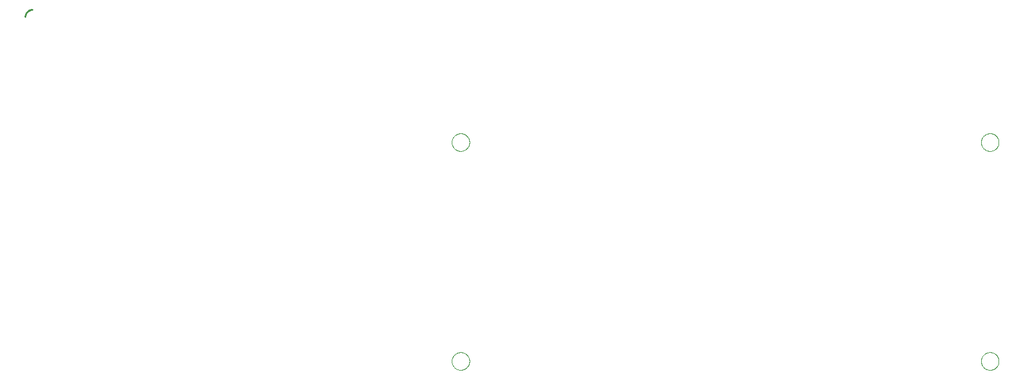
<source format=gtp>
G75*
%MOIN*%
%OFA0B0*%
%FSLAX25Y25*%
%IPPOS*%
%LPD*%
%AMOC8*
5,1,8,0,0,1.08239X$1,22.5*
%
%ADD10C,0.01000*%
%ADD11C,0.00000*%
D10*
X0132100Y0552863D02*
X0132102Y0552987D01*
X0132108Y0553110D01*
X0132117Y0553234D01*
X0132131Y0553356D01*
X0132148Y0553479D01*
X0132170Y0553601D01*
X0132195Y0553722D01*
X0132224Y0553842D01*
X0132256Y0553961D01*
X0132293Y0554080D01*
X0132333Y0554197D01*
X0132376Y0554312D01*
X0132424Y0554427D01*
X0132475Y0554539D01*
X0132529Y0554650D01*
X0132587Y0554760D01*
X0132648Y0554867D01*
X0132713Y0554973D01*
X0132781Y0555076D01*
X0132852Y0555177D01*
X0132926Y0555276D01*
X0133003Y0555373D01*
X0133084Y0555467D01*
X0133167Y0555558D01*
X0133253Y0555647D01*
X0133342Y0555733D01*
X0133433Y0555816D01*
X0133527Y0555897D01*
X0133624Y0555974D01*
X0133723Y0556048D01*
X0133824Y0556119D01*
X0133927Y0556187D01*
X0134033Y0556252D01*
X0134140Y0556313D01*
X0134250Y0556371D01*
X0134361Y0556425D01*
X0134473Y0556476D01*
X0134588Y0556524D01*
X0134703Y0556567D01*
X0134820Y0556607D01*
X0134939Y0556644D01*
X0135058Y0556676D01*
X0135178Y0556705D01*
X0135299Y0556730D01*
X0135421Y0556752D01*
X0135544Y0556769D01*
X0135666Y0556783D01*
X0135790Y0556792D01*
X0135913Y0556798D01*
X0136037Y0556800D01*
D11*
X0370041Y0360776D02*
X0370043Y0360916D01*
X0370049Y0361056D01*
X0370059Y0361195D01*
X0370073Y0361334D01*
X0370091Y0361473D01*
X0370112Y0361611D01*
X0370138Y0361749D01*
X0370168Y0361886D01*
X0370201Y0362021D01*
X0370239Y0362156D01*
X0370280Y0362290D01*
X0370325Y0362423D01*
X0370373Y0362554D01*
X0370426Y0362683D01*
X0370482Y0362812D01*
X0370541Y0362938D01*
X0370605Y0363063D01*
X0370671Y0363186D01*
X0370742Y0363307D01*
X0370815Y0363426D01*
X0370892Y0363543D01*
X0370973Y0363657D01*
X0371056Y0363769D01*
X0371143Y0363879D01*
X0371233Y0363987D01*
X0371325Y0364091D01*
X0371421Y0364193D01*
X0371520Y0364293D01*
X0371621Y0364389D01*
X0371725Y0364483D01*
X0371832Y0364573D01*
X0371941Y0364660D01*
X0372053Y0364745D01*
X0372167Y0364826D01*
X0372283Y0364904D01*
X0372401Y0364978D01*
X0372522Y0365049D01*
X0372644Y0365117D01*
X0372769Y0365181D01*
X0372895Y0365242D01*
X0373022Y0365299D01*
X0373152Y0365352D01*
X0373283Y0365402D01*
X0373415Y0365447D01*
X0373548Y0365490D01*
X0373683Y0365528D01*
X0373818Y0365562D01*
X0373955Y0365593D01*
X0374092Y0365620D01*
X0374230Y0365642D01*
X0374369Y0365661D01*
X0374508Y0365676D01*
X0374647Y0365687D01*
X0374787Y0365694D01*
X0374927Y0365697D01*
X0375067Y0365696D01*
X0375207Y0365691D01*
X0375346Y0365682D01*
X0375486Y0365669D01*
X0375625Y0365652D01*
X0375763Y0365631D01*
X0375901Y0365607D01*
X0376038Y0365578D01*
X0376174Y0365546D01*
X0376309Y0365509D01*
X0376443Y0365469D01*
X0376576Y0365425D01*
X0376707Y0365377D01*
X0376837Y0365326D01*
X0376966Y0365271D01*
X0377093Y0365212D01*
X0377218Y0365149D01*
X0377341Y0365084D01*
X0377463Y0365014D01*
X0377582Y0364941D01*
X0377700Y0364865D01*
X0377815Y0364786D01*
X0377928Y0364703D01*
X0378038Y0364617D01*
X0378146Y0364528D01*
X0378251Y0364436D01*
X0378354Y0364341D01*
X0378454Y0364243D01*
X0378551Y0364143D01*
X0378645Y0364039D01*
X0378737Y0363933D01*
X0378825Y0363825D01*
X0378910Y0363714D01*
X0378992Y0363600D01*
X0379071Y0363484D01*
X0379146Y0363367D01*
X0379218Y0363247D01*
X0379286Y0363125D01*
X0379351Y0363001D01*
X0379413Y0362875D01*
X0379471Y0362748D01*
X0379525Y0362619D01*
X0379576Y0362488D01*
X0379622Y0362356D01*
X0379665Y0362223D01*
X0379705Y0362089D01*
X0379740Y0361954D01*
X0379772Y0361817D01*
X0379799Y0361680D01*
X0379823Y0361542D01*
X0379843Y0361404D01*
X0379859Y0361265D01*
X0379871Y0361125D01*
X0379879Y0360986D01*
X0379883Y0360846D01*
X0379883Y0360706D01*
X0379879Y0360566D01*
X0379871Y0360427D01*
X0379859Y0360287D01*
X0379843Y0360148D01*
X0379823Y0360010D01*
X0379799Y0359872D01*
X0379772Y0359735D01*
X0379740Y0359598D01*
X0379705Y0359463D01*
X0379665Y0359329D01*
X0379622Y0359196D01*
X0379576Y0359064D01*
X0379525Y0358933D01*
X0379471Y0358804D01*
X0379413Y0358677D01*
X0379351Y0358551D01*
X0379286Y0358427D01*
X0379218Y0358305D01*
X0379146Y0358185D01*
X0379071Y0358068D01*
X0378992Y0357952D01*
X0378910Y0357838D01*
X0378825Y0357727D01*
X0378737Y0357619D01*
X0378645Y0357513D01*
X0378551Y0357409D01*
X0378454Y0357309D01*
X0378354Y0357211D01*
X0378251Y0357116D01*
X0378146Y0357024D01*
X0378038Y0356935D01*
X0377928Y0356849D01*
X0377815Y0356766D01*
X0377700Y0356687D01*
X0377582Y0356611D01*
X0377463Y0356538D01*
X0377341Y0356468D01*
X0377218Y0356403D01*
X0377093Y0356340D01*
X0376966Y0356281D01*
X0376837Y0356226D01*
X0376707Y0356175D01*
X0376576Y0356127D01*
X0376443Y0356083D01*
X0376309Y0356043D01*
X0376174Y0356006D01*
X0376038Y0355974D01*
X0375901Y0355945D01*
X0375763Y0355921D01*
X0375625Y0355900D01*
X0375486Y0355883D01*
X0375346Y0355870D01*
X0375207Y0355861D01*
X0375067Y0355856D01*
X0374927Y0355855D01*
X0374787Y0355858D01*
X0374647Y0355865D01*
X0374508Y0355876D01*
X0374369Y0355891D01*
X0374230Y0355910D01*
X0374092Y0355932D01*
X0373955Y0355959D01*
X0373818Y0355990D01*
X0373683Y0356024D01*
X0373548Y0356062D01*
X0373415Y0356105D01*
X0373283Y0356150D01*
X0373152Y0356200D01*
X0373022Y0356253D01*
X0372895Y0356310D01*
X0372769Y0356371D01*
X0372644Y0356435D01*
X0372522Y0356503D01*
X0372401Y0356574D01*
X0372283Y0356648D01*
X0372167Y0356726D01*
X0372053Y0356807D01*
X0371941Y0356892D01*
X0371832Y0356979D01*
X0371725Y0357069D01*
X0371621Y0357163D01*
X0371520Y0357259D01*
X0371421Y0357359D01*
X0371325Y0357461D01*
X0371233Y0357565D01*
X0371143Y0357673D01*
X0371056Y0357783D01*
X0370973Y0357895D01*
X0370892Y0358009D01*
X0370815Y0358126D01*
X0370742Y0358245D01*
X0370671Y0358366D01*
X0370605Y0358489D01*
X0370541Y0358614D01*
X0370482Y0358740D01*
X0370426Y0358869D01*
X0370373Y0358998D01*
X0370325Y0359129D01*
X0370280Y0359262D01*
X0370239Y0359396D01*
X0370201Y0359531D01*
X0370168Y0359666D01*
X0370138Y0359803D01*
X0370112Y0359941D01*
X0370091Y0360079D01*
X0370073Y0360218D01*
X0370059Y0360357D01*
X0370049Y0360496D01*
X0370043Y0360636D01*
X0370041Y0360776D01*
X0370041Y0482824D02*
X0370043Y0482964D01*
X0370049Y0483104D01*
X0370059Y0483243D01*
X0370073Y0483382D01*
X0370091Y0483521D01*
X0370112Y0483659D01*
X0370138Y0483797D01*
X0370168Y0483934D01*
X0370201Y0484069D01*
X0370239Y0484204D01*
X0370280Y0484338D01*
X0370325Y0484471D01*
X0370373Y0484602D01*
X0370426Y0484731D01*
X0370482Y0484860D01*
X0370541Y0484986D01*
X0370605Y0485111D01*
X0370671Y0485234D01*
X0370742Y0485355D01*
X0370815Y0485474D01*
X0370892Y0485591D01*
X0370973Y0485705D01*
X0371056Y0485817D01*
X0371143Y0485927D01*
X0371233Y0486035D01*
X0371325Y0486139D01*
X0371421Y0486241D01*
X0371520Y0486341D01*
X0371621Y0486437D01*
X0371725Y0486531D01*
X0371832Y0486621D01*
X0371941Y0486708D01*
X0372053Y0486793D01*
X0372167Y0486874D01*
X0372283Y0486952D01*
X0372401Y0487026D01*
X0372522Y0487097D01*
X0372644Y0487165D01*
X0372769Y0487229D01*
X0372895Y0487290D01*
X0373022Y0487347D01*
X0373152Y0487400D01*
X0373283Y0487450D01*
X0373415Y0487495D01*
X0373548Y0487538D01*
X0373683Y0487576D01*
X0373818Y0487610D01*
X0373955Y0487641D01*
X0374092Y0487668D01*
X0374230Y0487690D01*
X0374369Y0487709D01*
X0374508Y0487724D01*
X0374647Y0487735D01*
X0374787Y0487742D01*
X0374927Y0487745D01*
X0375067Y0487744D01*
X0375207Y0487739D01*
X0375346Y0487730D01*
X0375486Y0487717D01*
X0375625Y0487700D01*
X0375763Y0487679D01*
X0375901Y0487655D01*
X0376038Y0487626D01*
X0376174Y0487594D01*
X0376309Y0487557D01*
X0376443Y0487517D01*
X0376576Y0487473D01*
X0376707Y0487425D01*
X0376837Y0487374D01*
X0376966Y0487319D01*
X0377093Y0487260D01*
X0377218Y0487197D01*
X0377341Y0487132D01*
X0377463Y0487062D01*
X0377582Y0486989D01*
X0377700Y0486913D01*
X0377815Y0486834D01*
X0377928Y0486751D01*
X0378038Y0486665D01*
X0378146Y0486576D01*
X0378251Y0486484D01*
X0378354Y0486389D01*
X0378454Y0486291D01*
X0378551Y0486191D01*
X0378645Y0486087D01*
X0378737Y0485981D01*
X0378825Y0485873D01*
X0378910Y0485762D01*
X0378992Y0485648D01*
X0379071Y0485532D01*
X0379146Y0485415D01*
X0379218Y0485295D01*
X0379286Y0485173D01*
X0379351Y0485049D01*
X0379413Y0484923D01*
X0379471Y0484796D01*
X0379525Y0484667D01*
X0379576Y0484536D01*
X0379622Y0484404D01*
X0379665Y0484271D01*
X0379705Y0484137D01*
X0379740Y0484002D01*
X0379772Y0483865D01*
X0379799Y0483728D01*
X0379823Y0483590D01*
X0379843Y0483452D01*
X0379859Y0483313D01*
X0379871Y0483173D01*
X0379879Y0483034D01*
X0379883Y0482894D01*
X0379883Y0482754D01*
X0379879Y0482614D01*
X0379871Y0482475D01*
X0379859Y0482335D01*
X0379843Y0482196D01*
X0379823Y0482058D01*
X0379799Y0481920D01*
X0379772Y0481783D01*
X0379740Y0481646D01*
X0379705Y0481511D01*
X0379665Y0481377D01*
X0379622Y0481244D01*
X0379576Y0481112D01*
X0379525Y0480981D01*
X0379471Y0480852D01*
X0379413Y0480725D01*
X0379351Y0480599D01*
X0379286Y0480475D01*
X0379218Y0480353D01*
X0379146Y0480233D01*
X0379071Y0480116D01*
X0378992Y0480000D01*
X0378910Y0479886D01*
X0378825Y0479775D01*
X0378737Y0479667D01*
X0378645Y0479561D01*
X0378551Y0479457D01*
X0378454Y0479357D01*
X0378354Y0479259D01*
X0378251Y0479164D01*
X0378146Y0479072D01*
X0378038Y0478983D01*
X0377928Y0478897D01*
X0377815Y0478814D01*
X0377700Y0478735D01*
X0377582Y0478659D01*
X0377463Y0478586D01*
X0377341Y0478516D01*
X0377218Y0478451D01*
X0377093Y0478388D01*
X0376966Y0478329D01*
X0376837Y0478274D01*
X0376707Y0478223D01*
X0376576Y0478175D01*
X0376443Y0478131D01*
X0376309Y0478091D01*
X0376174Y0478054D01*
X0376038Y0478022D01*
X0375901Y0477993D01*
X0375763Y0477969D01*
X0375625Y0477948D01*
X0375486Y0477931D01*
X0375346Y0477918D01*
X0375207Y0477909D01*
X0375067Y0477904D01*
X0374927Y0477903D01*
X0374787Y0477906D01*
X0374647Y0477913D01*
X0374508Y0477924D01*
X0374369Y0477939D01*
X0374230Y0477958D01*
X0374092Y0477980D01*
X0373955Y0478007D01*
X0373818Y0478038D01*
X0373683Y0478072D01*
X0373548Y0478110D01*
X0373415Y0478153D01*
X0373283Y0478198D01*
X0373152Y0478248D01*
X0373022Y0478301D01*
X0372895Y0478358D01*
X0372769Y0478419D01*
X0372644Y0478483D01*
X0372522Y0478551D01*
X0372401Y0478622D01*
X0372283Y0478696D01*
X0372167Y0478774D01*
X0372053Y0478855D01*
X0371941Y0478940D01*
X0371832Y0479027D01*
X0371725Y0479117D01*
X0371621Y0479211D01*
X0371520Y0479307D01*
X0371421Y0479407D01*
X0371325Y0479509D01*
X0371233Y0479613D01*
X0371143Y0479721D01*
X0371056Y0479831D01*
X0370973Y0479943D01*
X0370892Y0480057D01*
X0370815Y0480174D01*
X0370742Y0480293D01*
X0370671Y0480414D01*
X0370605Y0480537D01*
X0370541Y0480662D01*
X0370482Y0480788D01*
X0370426Y0480917D01*
X0370373Y0481046D01*
X0370325Y0481177D01*
X0370280Y0481310D01*
X0370239Y0481444D01*
X0370201Y0481579D01*
X0370168Y0481714D01*
X0370138Y0481851D01*
X0370112Y0481989D01*
X0370091Y0482127D01*
X0370073Y0482266D01*
X0370059Y0482405D01*
X0370049Y0482544D01*
X0370043Y0482684D01*
X0370041Y0482824D01*
X0665317Y0482824D02*
X0665319Y0482964D01*
X0665325Y0483104D01*
X0665335Y0483243D01*
X0665349Y0483382D01*
X0665367Y0483521D01*
X0665388Y0483659D01*
X0665414Y0483797D01*
X0665444Y0483934D01*
X0665477Y0484069D01*
X0665515Y0484204D01*
X0665556Y0484338D01*
X0665601Y0484471D01*
X0665649Y0484602D01*
X0665702Y0484731D01*
X0665758Y0484860D01*
X0665817Y0484986D01*
X0665881Y0485111D01*
X0665947Y0485234D01*
X0666018Y0485355D01*
X0666091Y0485474D01*
X0666168Y0485591D01*
X0666249Y0485705D01*
X0666332Y0485817D01*
X0666419Y0485927D01*
X0666509Y0486035D01*
X0666601Y0486139D01*
X0666697Y0486241D01*
X0666796Y0486341D01*
X0666897Y0486437D01*
X0667001Y0486531D01*
X0667108Y0486621D01*
X0667217Y0486708D01*
X0667329Y0486793D01*
X0667443Y0486874D01*
X0667559Y0486952D01*
X0667677Y0487026D01*
X0667798Y0487097D01*
X0667920Y0487165D01*
X0668045Y0487229D01*
X0668171Y0487290D01*
X0668298Y0487347D01*
X0668428Y0487400D01*
X0668559Y0487450D01*
X0668691Y0487495D01*
X0668824Y0487538D01*
X0668959Y0487576D01*
X0669094Y0487610D01*
X0669231Y0487641D01*
X0669368Y0487668D01*
X0669506Y0487690D01*
X0669645Y0487709D01*
X0669784Y0487724D01*
X0669923Y0487735D01*
X0670063Y0487742D01*
X0670203Y0487745D01*
X0670343Y0487744D01*
X0670483Y0487739D01*
X0670622Y0487730D01*
X0670762Y0487717D01*
X0670901Y0487700D01*
X0671039Y0487679D01*
X0671177Y0487655D01*
X0671314Y0487626D01*
X0671450Y0487594D01*
X0671585Y0487557D01*
X0671719Y0487517D01*
X0671852Y0487473D01*
X0671983Y0487425D01*
X0672113Y0487374D01*
X0672242Y0487319D01*
X0672369Y0487260D01*
X0672494Y0487197D01*
X0672617Y0487132D01*
X0672739Y0487062D01*
X0672858Y0486989D01*
X0672976Y0486913D01*
X0673091Y0486834D01*
X0673204Y0486751D01*
X0673314Y0486665D01*
X0673422Y0486576D01*
X0673527Y0486484D01*
X0673630Y0486389D01*
X0673730Y0486291D01*
X0673827Y0486191D01*
X0673921Y0486087D01*
X0674013Y0485981D01*
X0674101Y0485873D01*
X0674186Y0485762D01*
X0674268Y0485648D01*
X0674347Y0485532D01*
X0674422Y0485415D01*
X0674494Y0485295D01*
X0674562Y0485173D01*
X0674627Y0485049D01*
X0674689Y0484923D01*
X0674747Y0484796D01*
X0674801Y0484667D01*
X0674852Y0484536D01*
X0674898Y0484404D01*
X0674941Y0484271D01*
X0674981Y0484137D01*
X0675016Y0484002D01*
X0675048Y0483865D01*
X0675075Y0483728D01*
X0675099Y0483590D01*
X0675119Y0483452D01*
X0675135Y0483313D01*
X0675147Y0483173D01*
X0675155Y0483034D01*
X0675159Y0482894D01*
X0675159Y0482754D01*
X0675155Y0482614D01*
X0675147Y0482475D01*
X0675135Y0482335D01*
X0675119Y0482196D01*
X0675099Y0482058D01*
X0675075Y0481920D01*
X0675048Y0481783D01*
X0675016Y0481646D01*
X0674981Y0481511D01*
X0674941Y0481377D01*
X0674898Y0481244D01*
X0674852Y0481112D01*
X0674801Y0480981D01*
X0674747Y0480852D01*
X0674689Y0480725D01*
X0674627Y0480599D01*
X0674562Y0480475D01*
X0674494Y0480353D01*
X0674422Y0480233D01*
X0674347Y0480116D01*
X0674268Y0480000D01*
X0674186Y0479886D01*
X0674101Y0479775D01*
X0674013Y0479667D01*
X0673921Y0479561D01*
X0673827Y0479457D01*
X0673730Y0479357D01*
X0673630Y0479259D01*
X0673527Y0479164D01*
X0673422Y0479072D01*
X0673314Y0478983D01*
X0673204Y0478897D01*
X0673091Y0478814D01*
X0672976Y0478735D01*
X0672858Y0478659D01*
X0672739Y0478586D01*
X0672617Y0478516D01*
X0672494Y0478451D01*
X0672369Y0478388D01*
X0672242Y0478329D01*
X0672113Y0478274D01*
X0671983Y0478223D01*
X0671852Y0478175D01*
X0671719Y0478131D01*
X0671585Y0478091D01*
X0671450Y0478054D01*
X0671314Y0478022D01*
X0671177Y0477993D01*
X0671039Y0477969D01*
X0670901Y0477948D01*
X0670762Y0477931D01*
X0670622Y0477918D01*
X0670483Y0477909D01*
X0670343Y0477904D01*
X0670203Y0477903D01*
X0670063Y0477906D01*
X0669923Y0477913D01*
X0669784Y0477924D01*
X0669645Y0477939D01*
X0669506Y0477958D01*
X0669368Y0477980D01*
X0669231Y0478007D01*
X0669094Y0478038D01*
X0668959Y0478072D01*
X0668824Y0478110D01*
X0668691Y0478153D01*
X0668559Y0478198D01*
X0668428Y0478248D01*
X0668298Y0478301D01*
X0668171Y0478358D01*
X0668045Y0478419D01*
X0667920Y0478483D01*
X0667798Y0478551D01*
X0667677Y0478622D01*
X0667559Y0478696D01*
X0667443Y0478774D01*
X0667329Y0478855D01*
X0667217Y0478940D01*
X0667108Y0479027D01*
X0667001Y0479117D01*
X0666897Y0479211D01*
X0666796Y0479307D01*
X0666697Y0479407D01*
X0666601Y0479509D01*
X0666509Y0479613D01*
X0666419Y0479721D01*
X0666332Y0479831D01*
X0666249Y0479943D01*
X0666168Y0480057D01*
X0666091Y0480174D01*
X0666018Y0480293D01*
X0665947Y0480414D01*
X0665881Y0480537D01*
X0665817Y0480662D01*
X0665758Y0480788D01*
X0665702Y0480917D01*
X0665649Y0481046D01*
X0665601Y0481177D01*
X0665556Y0481310D01*
X0665515Y0481444D01*
X0665477Y0481579D01*
X0665444Y0481714D01*
X0665414Y0481851D01*
X0665388Y0481989D01*
X0665367Y0482127D01*
X0665349Y0482266D01*
X0665335Y0482405D01*
X0665325Y0482544D01*
X0665319Y0482684D01*
X0665317Y0482824D01*
X0665317Y0360776D02*
X0665319Y0360916D01*
X0665325Y0361056D01*
X0665335Y0361195D01*
X0665349Y0361334D01*
X0665367Y0361473D01*
X0665388Y0361611D01*
X0665414Y0361749D01*
X0665444Y0361886D01*
X0665477Y0362021D01*
X0665515Y0362156D01*
X0665556Y0362290D01*
X0665601Y0362423D01*
X0665649Y0362554D01*
X0665702Y0362683D01*
X0665758Y0362812D01*
X0665817Y0362938D01*
X0665881Y0363063D01*
X0665947Y0363186D01*
X0666018Y0363307D01*
X0666091Y0363426D01*
X0666168Y0363543D01*
X0666249Y0363657D01*
X0666332Y0363769D01*
X0666419Y0363879D01*
X0666509Y0363987D01*
X0666601Y0364091D01*
X0666697Y0364193D01*
X0666796Y0364293D01*
X0666897Y0364389D01*
X0667001Y0364483D01*
X0667108Y0364573D01*
X0667217Y0364660D01*
X0667329Y0364745D01*
X0667443Y0364826D01*
X0667559Y0364904D01*
X0667677Y0364978D01*
X0667798Y0365049D01*
X0667920Y0365117D01*
X0668045Y0365181D01*
X0668171Y0365242D01*
X0668298Y0365299D01*
X0668428Y0365352D01*
X0668559Y0365402D01*
X0668691Y0365447D01*
X0668824Y0365490D01*
X0668959Y0365528D01*
X0669094Y0365562D01*
X0669231Y0365593D01*
X0669368Y0365620D01*
X0669506Y0365642D01*
X0669645Y0365661D01*
X0669784Y0365676D01*
X0669923Y0365687D01*
X0670063Y0365694D01*
X0670203Y0365697D01*
X0670343Y0365696D01*
X0670483Y0365691D01*
X0670622Y0365682D01*
X0670762Y0365669D01*
X0670901Y0365652D01*
X0671039Y0365631D01*
X0671177Y0365607D01*
X0671314Y0365578D01*
X0671450Y0365546D01*
X0671585Y0365509D01*
X0671719Y0365469D01*
X0671852Y0365425D01*
X0671983Y0365377D01*
X0672113Y0365326D01*
X0672242Y0365271D01*
X0672369Y0365212D01*
X0672494Y0365149D01*
X0672617Y0365084D01*
X0672739Y0365014D01*
X0672858Y0364941D01*
X0672976Y0364865D01*
X0673091Y0364786D01*
X0673204Y0364703D01*
X0673314Y0364617D01*
X0673422Y0364528D01*
X0673527Y0364436D01*
X0673630Y0364341D01*
X0673730Y0364243D01*
X0673827Y0364143D01*
X0673921Y0364039D01*
X0674013Y0363933D01*
X0674101Y0363825D01*
X0674186Y0363714D01*
X0674268Y0363600D01*
X0674347Y0363484D01*
X0674422Y0363367D01*
X0674494Y0363247D01*
X0674562Y0363125D01*
X0674627Y0363001D01*
X0674689Y0362875D01*
X0674747Y0362748D01*
X0674801Y0362619D01*
X0674852Y0362488D01*
X0674898Y0362356D01*
X0674941Y0362223D01*
X0674981Y0362089D01*
X0675016Y0361954D01*
X0675048Y0361817D01*
X0675075Y0361680D01*
X0675099Y0361542D01*
X0675119Y0361404D01*
X0675135Y0361265D01*
X0675147Y0361125D01*
X0675155Y0360986D01*
X0675159Y0360846D01*
X0675159Y0360706D01*
X0675155Y0360566D01*
X0675147Y0360427D01*
X0675135Y0360287D01*
X0675119Y0360148D01*
X0675099Y0360010D01*
X0675075Y0359872D01*
X0675048Y0359735D01*
X0675016Y0359598D01*
X0674981Y0359463D01*
X0674941Y0359329D01*
X0674898Y0359196D01*
X0674852Y0359064D01*
X0674801Y0358933D01*
X0674747Y0358804D01*
X0674689Y0358677D01*
X0674627Y0358551D01*
X0674562Y0358427D01*
X0674494Y0358305D01*
X0674422Y0358185D01*
X0674347Y0358068D01*
X0674268Y0357952D01*
X0674186Y0357838D01*
X0674101Y0357727D01*
X0674013Y0357619D01*
X0673921Y0357513D01*
X0673827Y0357409D01*
X0673730Y0357309D01*
X0673630Y0357211D01*
X0673527Y0357116D01*
X0673422Y0357024D01*
X0673314Y0356935D01*
X0673204Y0356849D01*
X0673091Y0356766D01*
X0672976Y0356687D01*
X0672858Y0356611D01*
X0672739Y0356538D01*
X0672617Y0356468D01*
X0672494Y0356403D01*
X0672369Y0356340D01*
X0672242Y0356281D01*
X0672113Y0356226D01*
X0671983Y0356175D01*
X0671852Y0356127D01*
X0671719Y0356083D01*
X0671585Y0356043D01*
X0671450Y0356006D01*
X0671314Y0355974D01*
X0671177Y0355945D01*
X0671039Y0355921D01*
X0670901Y0355900D01*
X0670762Y0355883D01*
X0670622Y0355870D01*
X0670483Y0355861D01*
X0670343Y0355856D01*
X0670203Y0355855D01*
X0670063Y0355858D01*
X0669923Y0355865D01*
X0669784Y0355876D01*
X0669645Y0355891D01*
X0669506Y0355910D01*
X0669368Y0355932D01*
X0669231Y0355959D01*
X0669094Y0355990D01*
X0668959Y0356024D01*
X0668824Y0356062D01*
X0668691Y0356105D01*
X0668559Y0356150D01*
X0668428Y0356200D01*
X0668298Y0356253D01*
X0668171Y0356310D01*
X0668045Y0356371D01*
X0667920Y0356435D01*
X0667798Y0356503D01*
X0667677Y0356574D01*
X0667559Y0356648D01*
X0667443Y0356726D01*
X0667329Y0356807D01*
X0667217Y0356892D01*
X0667108Y0356979D01*
X0667001Y0357069D01*
X0666897Y0357163D01*
X0666796Y0357259D01*
X0666697Y0357359D01*
X0666601Y0357461D01*
X0666509Y0357565D01*
X0666419Y0357673D01*
X0666332Y0357783D01*
X0666249Y0357895D01*
X0666168Y0358009D01*
X0666091Y0358126D01*
X0666018Y0358245D01*
X0665947Y0358366D01*
X0665881Y0358489D01*
X0665817Y0358614D01*
X0665758Y0358740D01*
X0665702Y0358869D01*
X0665649Y0358998D01*
X0665601Y0359129D01*
X0665556Y0359262D01*
X0665515Y0359396D01*
X0665477Y0359531D01*
X0665444Y0359666D01*
X0665414Y0359803D01*
X0665388Y0359941D01*
X0665367Y0360079D01*
X0665349Y0360218D01*
X0665335Y0360357D01*
X0665325Y0360496D01*
X0665319Y0360636D01*
X0665317Y0360776D01*
M02*

</source>
